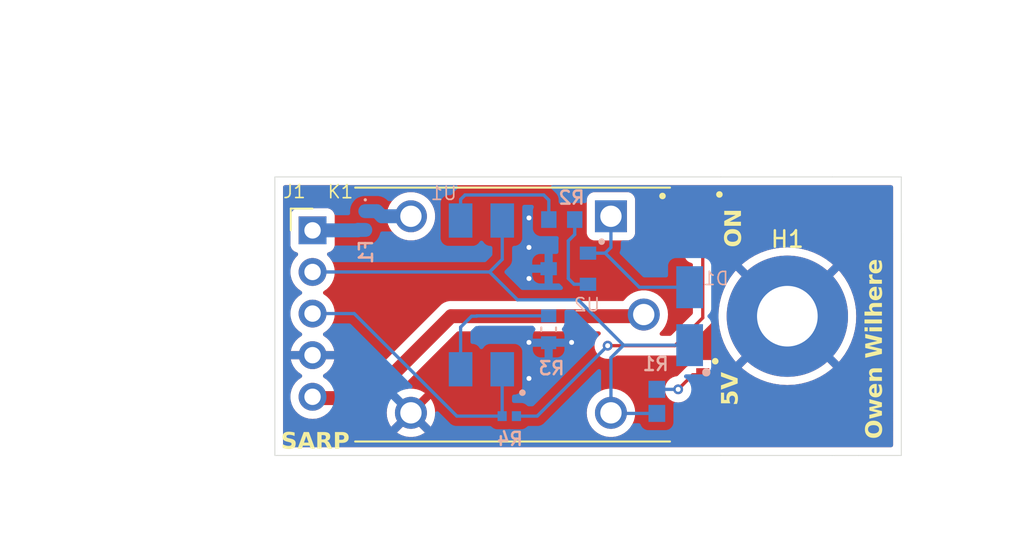
<source format=kicad_pcb>
(kicad_pcb (version 20240108) (generator "pcbnew") (generator_version "8.0")
  (layers (0 "F.Cu" signal) (31 "B.Cu" signal) (34 "B.Paste" user) (35 "F.Paste" user) (36 "B.SilkS" user "B.Silkscreen") (37 "F.SilkS" user "F.Silkscreen") (38 "B.Mask" user) (39 "F.Mask" user) (44 "Edge.Cuts" user))
  (net 0 "")
  (net 1 "Net-(U2-C)")
  (net 2 "/RelayOut")
  (net 3 "/RelayIn")
  (net 4 "/GPIO")
  (net 5 "Net-(U2-B)")
  (net 6 "Net-(R3-Pad2)")
  (net 7 "+5V")
  (net 8 "GND")
  (net 9 "Net-(LED1-A)")
  (net 10 "Net-(LED2-PadA)")
  (net 11 "Net-(R2-Pad1)")
  (net 12 "Net-(F1-Pad1)")
  (footprint "1-1721150-0:RELAY_1-1721150-0" (layer "F.Cu") (at 164.5 103.4 -90)
    (property "Reference" "K1" (at -7.5 10.5 180) (layer "F.SilkS") (effects (font (size 0.8 0.8) (thickness 0.1))))
    (property "Value" "1-1721150-0")
    (fp_line (start -7.75 9.6) (end -7.75 -9.6) (stroke (width 0.127)) (layer "F.SilkS"))
    (fp_line (start 7.75 -9.6) (end 7.75 9.6) (stroke (width 0.127)) (layer "F.SilkS"))
    (fp_circle (center -7.239 -9.144) (end -7.139 -9.144) (stroke (width 0.2)) (fill none) (layer "F.SilkS"))
    (pad "1" thru_hole rect (at -6 -6 270) (size 1.95 1.95) (drill 1.3) (layers "*.Cu" "*.Mask") (net 1 "Net-(U2-C)"))
    (pad "2" thru_hole circle (at 0 -8 270) (size 1.95 1.95) (drill 1.3) (layers "*.Cu" "*.Mask") (net 2 "/RelayOut"))
    (pad "3" thru_hole circle (at 6 -6 270) (size 1.95 1.95) (drill 1.3) (layers "*.Cu" "*.Mask") (net 7 "+5V"))
    (pad "4" thru_hole circle (at 6 6.2 270) (size 1.95 1.95) (drill 1.3) (layers "*.Cu" "*.Mask") (net 8 "GND"))
    (pad "5" thru_hole circle (at -6 6.2 270) (size 1.95 1.95) (drill 1.3) (layers "*.Cu" "*.Mask") (net 12 "Net-(F1-Pad1)"))
  )
  (footprint "Connector_PinHeader_2.54mm:PinHeader_1x05_P2.54mm_Vertical" (layer "F.Cu") (at 152.3 98.26)
    (property "Reference" "J1" (at -1.104527 -2.370498 0) (layer "F.SilkS") (effects (font (size 0.8 0.8) (thickness 0.1))))
    (property "Value" "350-10-105-00-001101")
    (fp_line (start -1.33 -1.33) (end 0 -1.33) (stroke (width 0.12)) (layer "F.SilkS"))
    (fp_line (start -1.33 0) (end -1.33 -1.33) (stroke (width 0.12)) (layer "F.SilkS"))
    (pad "1" thru_hole rect (at 0 0) (size 1.7 1.7) (drill 1) (layers "*.Cu" "*.Mask") (net 3 "/RelayIn"))
    (pad "2" thru_hole oval (at 0 2.54) (size 1.7 1.7) (drill 1) (layers "*.Cu" "*.Mask") (net 7 "+5V"))
    (pad "3" thru_hole oval (at 0 5.08) (size 1.7 1.7) (drill 1) (layers "*.Cu" "*.Mask") (net 4 "/GPIO"))
    (pad "4" thru_hole oval (at 0 7.62) (size 1.7 1.7) (drill 1) (layers "*.Cu" "*.Mask") (net 8 "GND"))
    (pad "5" thru_hole oval (at 0 10.16) (size 1.7 1.7) (drill 1) (layers "*.Cu" "*.Mask") (net 2 "/RelayOut"))
  )
  (footprint "HSMG-C170:LED_HSMS-C170" (layer "F.Cu") (at 176.1 98.1 -90)
    (property "Reference" "LED2" (hide yes))
    (property "Value" "HSMG-C170")
    (fp_circle (center -2.032 -1.016) (end -1.932 -1.016) (stroke (width 0.2)) (fill none) (layer "F.SilkS"))
    (pad "A" smd rect (at 1.05 0 270) (size 1.2 1.2) (layers "F.Cu" "F.Paste" "F.Mask") (net 10 "Net-(LED2-PadA)"))
    (pad "C" smd rect (at -1.05 0 270) (size 1.2 1.2) (layers "F.Cu" "F.Paste" "F.Mask") (net 8 "GND"))
  )
  (footprint "MountingHole:MountingHole_3.7mm_Pad" (layer "F.Cu") (at 181.26 103.5)
    (property "Reference" "H1" (at 0 -4.7 0) (layer "F.SilkS"))
    (property "Value" "MountingHole_Pad" (hide yes))
    (pad "1" thru_hole circle (at 0 0) (size 7.4 7.4) (drill 3.7) (layers "*.Cu" "*.Mask") (net 8 "GND"))
  )
  (footprint "SML-D12:LED_SML-D12V1WT86" (layer "F.Cu") (at 176.1 107.9 -90)
    (property "Reference" "LED1" (hide yes))
    (property "Value" "LED")
    (fp_circle (center -1.651 -0.762) (end -1.551 -0.762) (stroke (width 0.2)) (fill none) (layer "F.SilkS"))
    (pad "1" smd rect (at 0.825 0 270) (size 0.8 0.8) (layers "F.Cu" "F.Paste" "F.Mask") (net 8 "GND"))
    (pad "2" smd rect (at -0.825 0 270) (size 0.8 0.8) (layers "F.Cu" "F.Paste" "F.Mask") (net 9 "Net-(LED1-A)"))
  )
  (footprint "FMMT634QTA:VREG_XC6206P282MR-G" (layer "B.Cu") (at 167.9 100.6 180)
    (property "Reference" "U2" (at -1.1375 -2.2 0) (layer "B.SilkS") (effects (font (size 0.8 0.8) (thickness 0.1)) (justify mirror)))
    (property "Value" "FMMT634QTA")
    (fp_circle (center -2.032 1.651) (end -1.932 1.651) (stroke (width 0.2)) (fill none) (layer "B.SilkS"))
    (pad "1" smd rect (at -1.2 0.95 180) (size 1 0.8) (layers "B.Cu" "B.Paste" "B.Mask") (net 1 "Net-(U2-C)"))
    (pad "2" smd rect (at -1.2 -0.95 180) (size 1 0.8) (layers "B.Cu" "B.Paste" "B.Mask") (net 5 "Net-(U2-B)"))
    (pad "3" smd rect (at 1.2 0 180) (size 1 0.8) (layers "B.Cu" "B.Paste" "B.Mask") (net 8 "GND"))
  )
  (footprint "RS1M-13-F:SMA_DIO-M" (layer "B.Cu") (at 175.3 103.5 90)
    (property "Reference" "D1" (at 2.3 1.6 180) (layer "B.SilkS") (effects (font (size 0.8 0.8) (thickness 0.1)) (justify mirror)))
    (property "Value" "RS1M-13-F")
    (fp_circle (center -3.429 1.016) (end -3.556 1.016) (stroke (width 0.25)) (fill none) (layer "B.SilkS"))
    (pad "1" smd rect (at -1.7683 0 90) (size 2.5614 1.63) (layers "B.Cu" "B.Paste" "B.Mask") (net 7 "+5V"))
    (pad "2" smd rect (at 1.7683 0 90) (size 2.5614 1.63) (layers "B.Cu" "B.Paste" "B.Mask") (net 1 "Net-(U2-C)"))
  )
  (footprint "CRCW0402140RFKEDC:RESC1005X35N" (layer "B.Cu") (at 164.3 109.6 180)
    (property "Reference" "R4" (at -0.038 -1.398 0) (layer "B.SilkS") (effects (font (size 0.8 0.8)) (justify mirror)))
    (property "Value" "68R")
    (pad "1" smd rect (at -0.435 0 180) (size 0.56 0.6) (layers "B.Cu" "B.Paste" "B.Mask") (net 10 "Net-(LED2-PadA)"))
    (pad "2" smd rect (at 0.435 0 180) (size 0.56 0.6) (layers "B.Cu" "B.Paste" "B.Mask") (net 4 "/GPIO"))
  )
  (footprint "Diode_SMD:D_0402_1005Metric_Pad0.77x0.64mm_HandSolder" (layer "B.Cu") (at 155.516558 97.660546 -90)
    (property "Reference" "F1" (at 1.912361 -0.046361 90) (layer "B.SilkS") (effects (font (size 0.8 0.8)) (justify mirror)))
    (property "Value" "Fuse")
    (fp_circle (center -1.265 0) (end -1.215 0) (stroke (width 0.1)) (fill none) (layer "B.SilkS"))
    (pad "1" smd roundrect (at -0.5725 0 270) (size 0.765 0.64) (layers "B.Cu" "B.Paste" "B.Mask") (net 12 "Net-(F1-Pad1)"))
    (pad "2" smd roundrect (at 0.5725 0 270) (size 0.765 0.64) (layers "B.Cu" "B.Paste" "B.Mask") (net 3 "/RelayIn"))
  )
  (footprint "RC0603FR-07330RL:RESC1607X60N" (layer "B.Cu") (at 173.3 108.7 -90)
    (property "Reference" "R1" (at -2.274 0.072 180) (layer "B.SilkS") (effects (font (size 0.8 0.8)) (justify mirror)))
    (property "Value" "140")
    (pad "1" smd rect (at -0.735 0 270) (size 1.04 1.02) (layers "B.Cu" "B.Paste" "B.Mask") (net 9 "Net-(LED1-A)"))
    (pad "2" smd rect (at 0.735 0 270) (size 1.04 1.02) (layers "B.Cu" "B.Paste" "B.Mask") (net 7 "+5V"))
  )
  (footprint "RG1608N-102-D-T5:RESC1608X50N" (layer "B.Cu") (at 167.5 97.6)
    (property "Reference" "R2" (at 0.6 -1.334 0) (layer "B.SilkS") (effects (font (size 0.8 0.8)) (justify mirror)))
    (property "Value" "1k")
    (pad "1" smd rect (at -0.79 0) (size 0.94 1.02) (layers "B.Cu" "B.Paste" "B.Mask") (net 11 "Net-(R2-Pad1)"))
    (pad "2" smd rect (at 0.79 0) (size 0.94 1.02) (layers "B.Cu" "B.Paste" "B.Mask") (net 5 "Net-(U2-B)"))
  )
  (footprint "AC0603JR-07100RL:RESC1608X55N" (layer "B.Cu") (at 166.7 104.3 90)
    (property "Reference" "R3" (at -2.38 0.178 180) (layer "B.SilkS") (effects (font (size 0.8 0.8)) (justify mirror)))
    (property "Value" "100R")
    (fp_line (start 0.11 -0.45) (end -0.11 -0.45) (stroke (width 0.127)) (layer "B.SilkS"))
    (fp_line (start 0.11 0.45) (end -0.11 0.45) (stroke (width 0.127)) (layer "B.SilkS"))
    (pad "1" smd rect (at -0.82 0 90) (size 0.79 0.93) (layers "B.Cu" "B.Paste" "B.Mask") (net 8 "GND"))
    (pad "2" smd rect (at 0.82 0 90) (size 0.79 0.93) (layers "B.Cu" "B.Paste" "B.Mask") (net 6 "Net-(R3-Pad2)"))
  )
  (footprint "FOD817ASD:SOIC254P1016X385-4N" (layer "B.Cu") (at 162.6 102.2 90)
    (property "Reference" "U1" (at 6.2 -2.3 0) (layer "B.SilkS") (effects (font (size 0.8 0.8) (thickness 0.1)) (justify mirror)))
    (property "Value" "FOD817ASD")
    (fp_circle (center -5.969 2.5) (end -5.869 2.5) (stroke (width 0.2)) (fill none) (layer "B.SilkS"))
    (pad "1" smd rect (at -4.54 1.27 90) (size 2.09 1.44) (layers "B.Cu" "B.Paste" "B.Mask") (net 4 "/GPIO"))
    (pad "2" smd rect (at -4.54 -1.27 90) (size 2.09 1.44) (layers "B.Cu" "B.Paste" "B.Mask") (net 6 "Net-(R3-Pad2)"))
    (pad "3" smd rect (at 4.54 -1.27 90) (size 2.09 1.44) (layers "B.Cu" "B.Paste" "B.Mask") (net 11 "Net-(R2-Pad1)"))
    (pad "4" smd rect (at 4.54 1.27 90) (size 2.09 1.44) (layers "B.Cu" "B.Paste" "B.Mask") (net 7 "+5V"))
  )
  (gr_line (start 184 112) (end 185.6 112) (stroke (width 0.05)) (layer "Edge.Cuts"))
  (gr_line (start 177.2 95) (end 184 95) (stroke (width 0.05)) (layer "Edge.Cuts"))
  (gr_line (start 188.209479 95) (end 188.21 112) (stroke (width 0.05)) (layer "Edge.Cuts"))
  (gr_line (start 150 112) (end 177.2 112) (stroke (width 0.05)) (layer "Edge.Cuts"))
  (gr_line (start 177.2 112) (end 184 112) (stroke (width 0.05)) (layer "Edge.Cuts"))
  (gr_line (start 184 95) (end 188.209479 95) (stroke (width 0.05)) (layer "Edge.Cuts"))
  (gr_line (start 185.6 112) (end 188.21 112) (stroke (width 0.05)) (layer "Edge.Cuts"))
  (gr_line (start 150 95) (end 177.2 95) (stroke (width 0.05)) (layer "Edge.Cuts"))
  (gr_line (start 150 95) (end 150 112) (stroke (width 0.05)) (layer "Edge.Cuts"))
  (gr_text "5V" (at 178.4 108.966 90) (layer "F.SilkS") (effects (font (size 1 1) (thickness 0.1) (bold yes)) (justify left bottom)))
  (gr_text "SARP" (at 150.368 111.76 0) (layer "F.SilkS") (effects (font (size 1 1) (thickness 0.1)) (justify left bottom)))
  (gr_text "ON" (at 178.6 99.3 90) (layer "F.SilkS") (effects (font (size 1 1) (thickness 0.1) (bold yes)) (justify left bottom)))
  (gr_text "Owen Wilhere" (at 187.198 110.998 90) (layer "F.SilkS") (effects (font (size 1 1) (thickness 0.1)) (justify left bottom)))
  (segment (start 170.15 99.65) (end 170.5 99.3) (width 0.2) (layer "B.Cu") (net 1))
  (segment (start 170.15 99.65) (end 172.2317 101.7317) (width 0.2) (layer "B.Cu") (net 1))
  (segment (start 169.1 99.65) (end 170.15 99.65) (width 0.2) (layer "B.Cu") (net 1))
  (segment (start 172.2317 101.7317) (end 175.3 101.7317) (width 0.2) (layer "B.Cu") (net 1))
  (segment (start 170.5 99.3) (end 170.5 97.4) (width 0.2) (layer "B.Cu") (net 1))
  (segment (start 160.75 103.5) (end 172.45 103.5) (width 0.85) (layer "F.Cu") (net 2))
  (segment (start 172.45 103.5) (end 172.5 103.45) (width 0.85) (layer "F.Cu") (net 2))
  (segment (start 155.75 108.5) (end 160.75 103.5) (width 0.85) (layer "F.Cu") (net 2))
  (segment (start 152.3 108.5) (end 155.75 108.5) (width 0.85) (layer "F.Cu") (net 2))
  (segment (start 155.0425 98.26) (end 152.3 98.26) (width 0.85) (layer "B.Cu") (net 3))
  (segment (start 155.069454 98.233046) (end 155.516558 98.233046) (width 0.85) (layer "B.Cu") (net 3))
  (segment (start 155.069454 98.233046) (end 155.0425 98.26) (width 0.85) (layer "B.Cu") (net 3))
  (segment (start 163.87 106.97) (end 163.865 106.975) (width 0.2) (layer "B.Cu") (net 4))
  (segment (start 152.3 103.34) (end 154.84 103.34) (width 0.2) (layer "B.Cu") (net 4))
  (segment (start 154.84 103.34) (end 161.1 109.6) (width 0.2) (layer "B.Cu") (net 4))
  (segment (start 161.1 109.6) (end 163.865 109.6) (width 0.2) (layer "B.Cu") (net 4))
  (segment (start 163.865 106.975) (end 163.865 109.6) (width 0.2) (layer "B.Cu") (net 4))
  (segment (start 163.87 106.74) (end 163.87 106.97) (width 0.2) (layer "B.Cu") (net 4))
  (segment (start 168.29 97.6) (end 168.29 98.51) (width 0.2) (layer "B.Cu") (net 5))
  (segment (start 167.9 98.9) (end 167.9 101.2) (width 0.2) (layer "B.Cu") (net 5))
  (segment (start 168.25 101.55) (end 169.1 101.55) (width 0.2) (layer "B.Cu") (net 5))
  (segment (start 168.29 98.51) (end 167.9 98.9) (width 0.2) (layer "B.Cu") (net 5))
  (segment (start 167.9 101.2) (end 168.25 101.55) (width 0.2) (layer "B.Cu") (net 5))
  (segment (start 161.33 106.74) (end 161.33 104.17) (width 0.2) (layer "B.Cu") (net 6))
  (segment (start 162.32 103.48) (end 166.7 103.48) (width 0.2) (layer "B.Cu") (net 6))
  (segment (start 166.77 103.48) (end 166.7 103.48) (width 0.2) (layer "B.Cu") (net 6))
  (segment (start 162.3 103.5) (end 162.32 103.48) (width 0.2) (layer "B.Cu") (net 6))
  (segment (start 162 103.5) (end 162.3 103.5) (width 0.2) (layer "B.Cu") (net 6))
  (segment (start 161.33 104.17) (end 162 103.5) (width 0.2) (layer "B.Cu") (net 6))
  (segment (start 170.5 104.5) (end 171.2683 105.2683) (width 0.2) (layer "B.Cu") (net 7))
  (segment (start 170.5 106.0366) (end 170.5 109.4) (width 0.2) (layer "B.Cu") (net 7))
  (segment (start 170.65 109.45) (end 170.5 109.45) (width 0.2) (layer "B.Cu") (net 7))
  (segment (start 173.3 109.435) (end 170.535 109.435) (width 0.2) (layer "B.Cu") (net 7))
  (segment (start 171.2683 105.2683) (end 170.5 106.0366) (width 0.2) (layer "B.Cu") (net 7))
  (segment (start 152.3 100.8) (end 163.1 100.8) (width 0.2) (layer "B.Cu") (net 7))
  (segment (start 171.2683 105.2683) (end 175.3 105.2683) (width 0.2) (layer "B.Cu") (net 7))
  (segment (start 170.535 109.435) (end 170.5 109.4) (width 0.2) (layer "B.Cu") (net 7))
  (segment (start 163.1 100.8) (end 164.8 102.5) (width 0.2) (layer "B.Cu") (net 7))
  (segment (start 163.1 100.8) (end 163.87 100.03) (width 0.2) (layer "B.Cu") (net 7))
  (segment (start 168.5 102.5) (end 170.5 104.5) (width 0.2) (layer "B.Cu") (net 7))
  (segment (start 163.87 100.03) (end 163.87 97.66) (width 0.2) (layer "B.Cu") (net 7))
  (segment (start 164.8 102.5) (end 168.5 102.5) (width 0.2) (layer "B.Cu") (net 7))
  (segment (start 181.26 103.58) (end 184.52 103.58) (width 0.2) (layer "F.Cu") (net 8))
  (segment (start 184.52 103.58) (end 184.7 103.4) (width 0.2) (layer "F.Cu") (net 8))
  (via (at 165.5 99.3) (size 0.5) (drill 0.3) (layers "F.Cu" "B.Cu") (net 8))
  (via (at 165.5 101.2) (size 0.5) (drill 0.3) (layers "F.Cu" "B.Cu") (net 8))
  (via (at 165.5 97.5) (size 0.5) (drill 0.3) (layers "F.Cu" "B.Cu") (net 8))
  (via (at 165.5 107.3) (size 0.5) (drill 0.3) (layers "F.Cu" "B.Cu") (net 8))
  (via (at 165.5 105.1) (size 0.5) (drill 0.3) (layers "F.Cu" "B.Cu") (net 8))
  (via (at 168.1 105.1) (size 0.5) (drill 0.3) (layers "F.Cu" "B.Cu") (net 8))
  (segment (start 175.49 107.075) (end 174.6 107.965) (width 0.2) (layer "F.Cu") (net 9))
  (segment (start 176.1 107.075) (end 175.49 107.075) (width 0.2) (layer "F.Cu") (net 9))
  (via (at 174.6 107.965) (size 0.6) (drill 0.3) (layers "F.Cu" "B.Cu") (net 9))
  (segment (start 174.6 107.965) (end 173.3 107.965) (width 0.2) (layer "B.Cu") (net 9))
  (segment (start 170.3 105.3) (end 174.4 105.3) (width 0.2) (layer "F.Cu") (net 10))
  (segment (start 174.4 105.3) (end 176.1 103.6) (width 0.2) (layer "F.Cu") (net 10))
  (segment (start 176.1 103.6) (end 176.1 99.15) (width 0.2) (layer "F.Cu") (net 10))
  (via (at 170.3 105.3) (size 0.6) (drill 0.3) (layers "F.Cu" "B.Cu") (net 10))
  (segment (start 166 109.6) (end 170.3 105.3) (width 0.2) (layer "B.Cu") (net 10))
  (segment (start 164.735 109.6) (end 166 109.6) (width 0.2) (layer "B.Cu") (net 10))
  (segment (start 166.4 96.1) (end 166.71 96.41) (width 0.2) (layer "B.Cu") (net 11))
  (segment (start 161.6 96.1) (end 166.4 96.1) (width 0.2) (layer "B.Cu") (net 11))
  (segment (start 161.33 97.66) (end 161.33 96.37) (width 0.2) (layer "B.Cu") (net 11))
  (segment (start 161.33 96.37) (end 161.6 96.1) (width 0.2) (layer "B.Cu") (net 11))
  (segment (start 166.71 96.41) (end 166.71 97.6) (width 0.2) (layer "B.Cu") (net 11))
  (segment (start 156.214454 97.088046) (end 156.526408 97.4) (width 0.85) (layer "B.Cu") (net 12))
  (segment (start 156.526408 97.4) (end 158.3 97.4) (width 0.85) (layer "B.Cu") (net 12))
  (segment (start 157.8135 96.9635) (end 158.3 97.45) (width 0.2) (layer "B.Cu") (net 12))
  (segment (start 156.214454 97.088046) (end 155.516558 97.088046) (width 0.85) (layer "B.Cu") (net 12))
  (zone (net 8) (net_name "GND") (layer "F.Cu") (connect_pads (clearance 0.5)) (min_thickness 0.25) (fill yes (thermal_gap 0.5) (thermal_bridge_width 0.5))
    (polygon (pts (xy 150 95) (xy 177.25 95) (xy 188.2 95) (xy 188.2 100) (xy 188.2 107) (xy 188.2 112) (xy 177.25 112) (xy 150 112)))
  )
  (zone (net 8) (net_name "GND") (layer "B.Cu") (priority 1) (connect_pads (clearance 0.5)) (min_thickness 0.25) (fill yes (thermal_gap 0.5) (thermal_bridge_width 0.5))
    (polygon (pts (xy 150 95) (xy 177.25 95) (xy 188.2 95) (xy 188.2 100) (xy 188.2 107) (xy 188.2 112) (xy 177.25 112) (xy 150 112)))
  )
)
</source>
